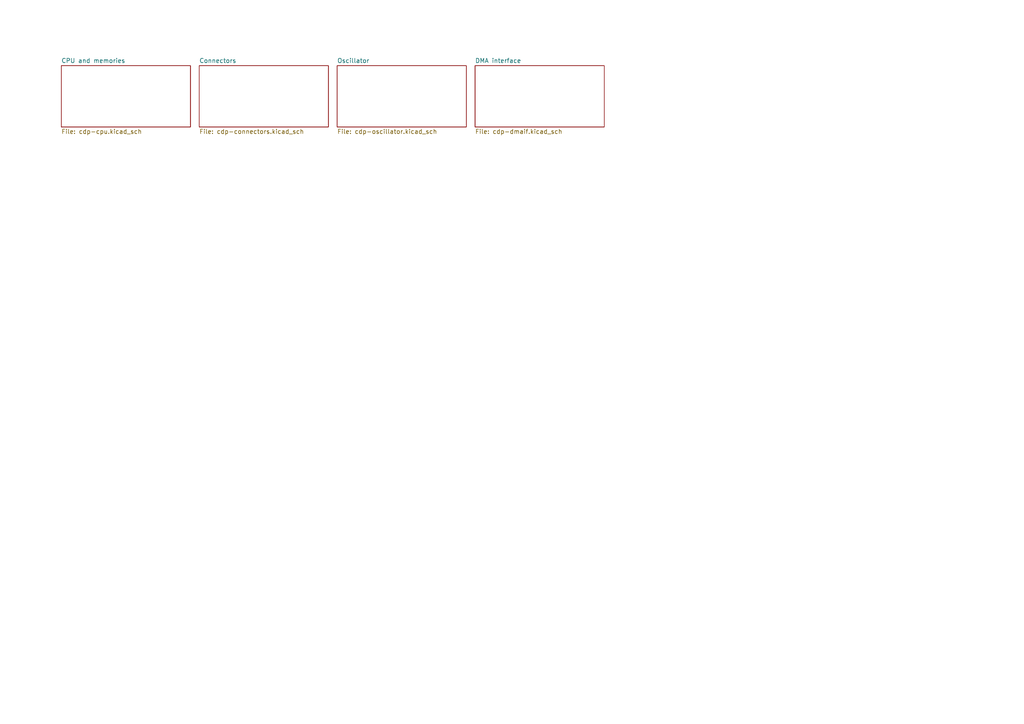
<source format=kicad_sch>
(kicad_sch (version 20230121) (generator eeschema)

  (uuid 5e8f1c57-6ce0-4aa7-bada-f0190b6e7e82)

  (paper "A4")

  (title_block
    (title "CDP1802 MOBO")
    (date "2023-04-25")
    (rev "1")
    (company "ZLED")
  )

  (lib_symbols
  )


  (sheet (at 137.795 19.05) (size 37.465 17.78) (fields_autoplaced)
    (stroke (width 0.1524) (type solid))
    (fill (color 0 0 0 0.0000))
    (uuid 1294e385-324f-4edc-bdc4-6489bda9850d)
    (property "Sheetname" "DMA interface" (at 137.795 18.3384 0)
      (effects (font (size 1.27 1.27)) (justify left bottom))
    )
    (property "Sheetfile" "cdp-dmaif.kicad_sch" (at 137.795 37.4146 0)
      (effects (font (size 1.27 1.27)) (justify left top))
    )
    (instances
      (project "cdp-mobo"
        (path "/5e8f1c57-6ce0-4aa7-bada-f0190b6e7e82" (page "5"))
      )
    )
  )

  (sheet (at 17.78 19.05) (size 37.465 17.78) (fields_autoplaced)
    (stroke (width 0.1524) (type solid))
    (fill (color 0 0 0 0.0000))
    (uuid 35788137-8835-4a7a-ae9e-3754631fc33d)
    (property "Sheetname" "CPU and memories" (at 17.78 18.3384 0)
      (effects (font (size 1.27 1.27)) (justify left bottom))
    )
    (property "Sheetfile" "cdp-cpu.kicad_sch" (at 17.78 37.4146 0)
      (effects (font (size 1.27 1.27)) (justify left top))
    )
    (instances
      (project "cdp-mobo"
        (path "/5e8f1c57-6ce0-4aa7-bada-f0190b6e7e82" (page "2"))
      )
    )
  )

  (sheet (at 57.785 19.05) (size 37.465 17.78) (fields_autoplaced)
    (stroke (width 0.1524) (type solid))
    (fill (color 0 0 0 0.0000))
    (uuid 62ffb8b7-b86e-44cd-ac7b-06226bdbda9f)
    (property "Sheetname" "Connectors" (at 57.785 18.3384 0)
      (effects (font (size 1.27 1.27)) (justify left bottom))
    )
    (property "Sheetfile" "cdp-connectors.kicad_sch" (at 57.785 37.4146 0)
      (effects (font (size 1.27 1.27)) (justify left top))
    )
    (instances
      (project "cdp-mobo"
        (path "/5e8f1c57-6ce0-4aa7-bada-f0190b6e7e82" (page "3"))
      )
    )
  )

  (sheet (at 97.79 19.05) (size 37.465 17.78) (fields_autoplaced)
    (stroke (width 0.1524) (type solid))
    (fill (color 0 0 0 0.0000))
    (uuid f5e45a71-d3db-4150-93a3-ada6e4699520)
    (property "Sheetname" "Oscillator" (at 97.79 18.3384 0)
      (effects (font (size 1.27 1.27)) (justify left bottom))
    )
    (property "Sheetfile" "cdp-oscillator.kicad_sch" (at 97.79 37.4146 0)
      (effects (font (size 1.27 1.27)) (justify left top))
    )
    (instances
      (project "cdp-mobo"
        (path "/5e8f1c57-6ce0-4aa7-bada-f0190b6e7e82" (page "4"))
      )
    )
  )

  (sheet_instances
    (path "/" (page "1"))
  )
)

</source>
